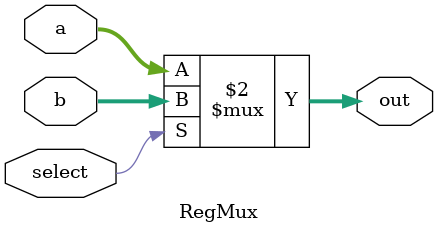
<source format=v>
`timescale 1ns / 1ps


module RegMux(
    input [4:0] a,
    input [4:0] b,
    input select,
    output [4:0] out
    );
    
    assign out = (select == 0) ? a : b;
    
endmodule

</source>
